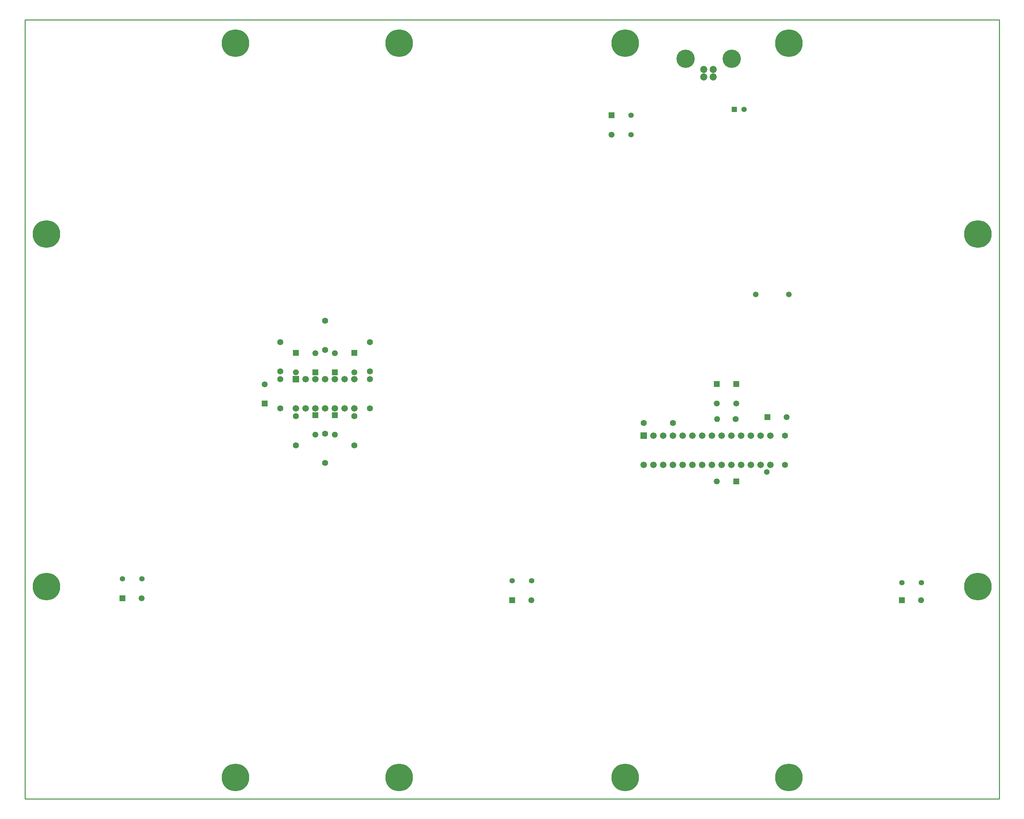
<source format=gbs>
%FSLAX23Y23*%
%MOIN*%
G70*
G01*
G75*
%ADD10C,0.020*%
%ADD11R,1.800X1.800*%
%ADD12C,0.010*%
%ADD13R,0.059X0.059*%
%ADD14C,0.059*%
%ADD15C,0.053*%
%ADD16R,0.053X0.053*%
%ADD17C,0.055*%
%ADD18P,0.055X8X0*%
%ADD19C,0.047*%
%ADD20R,0.047X0.047*%
%ADD21C,0.065*%
%ADD22C,0.180*%
%ADD23C,0.275*%
%ADD24C,0.050*%
%ADD25C,0.008*%
%ADD26C,0.006*%
%ADD27R,0.067X0.067*%
%ADD28C,0.067*%
%ADD29C,0.061*%
%ADD30R,0.061X0.061*%
%ADD31C,0.063*%
%ADD32P,0.063X8X0*%
%ADD33C,0.055*%
%ADD34R,0.055X0.055*%
%ADD35C,0.073*%
%ADD36C,0.188*%
%ADD37C,0.283*%
%ADD38C,0.058*%
D12*
X10000D01*
Y8000D01*
X0D02*
X10000D01*
X0Y0D02*
Y8000D01*
D27*
X2780Y4310D02*
D03*
X6350Y3730D02*
D03*
D28*
X2880Y4310D02*
D03*
X2980D02*
D03*
X3080D02*
D03*
X3180D02*
D03*
X3280D02*
D03*
X3380D02*
D03*
X2780Y4010D02*
D03*
X2880D02*
D03*
X2980D02*
D03*
X3080D02*
D03*
X3180D02*
D03*
X3280D02*
D03*
X3380D02*
D03*
X6450Y3730D02*
D03*
X6550D02*
D03*
X6650D02*
D03*
X6750D02*
D03*
X6850D02*
D03*
X6950D02*
D03*
X7050D02*
D03*
X7150D02*
D03*
X7250D02*
D03*
X7350D02*
D03*
X7450D02*
D03*
X7550D02*
D03*
X7650D02*
D03*
X6350Y3430D02*
D03*
X6450D02*
D03*
X6550D02*
D03*
X6650D02*
D03*
X6750D02*
D03*
X6850D02*
D03*
X6950D02*
D03*
X7050D02*
D03*
X7150D02*
D03*
X7250D02*
D03*
X7350D02*
D03*
X7450D02*
D03*
X7550D02*
D03*
X7650D02*
D03*
D29*
X2780Y4383D02*
D03*
X3180Y4577D02*
D03*
X3380Y4383D02*
D03*
X2980Y4577D02*
D03*
X3180Y3743D02*
D03*
X2980D02*
D03*
X7817Y3920D02*
D03*
X7300Y4063D02*
D03*
X7100D02*
D03*
X9197Y2040D02*
D03*
X1197Y2060D02*
D03*
X6020Y6823D02*
D03*
X5197Y2040D02*
D03*
X7103Y3260D02*
D03*
X2460Y4257D02*
D03*
D30*
X2780Y4580D02*
D03*
X3180Y4380D02*
D03*
X3380Y4580D02*
D03*
X2980Y4380D02*
D03*
X3180Y3940D02*
D03*
X2980D02*
D03*
X7620Y3920D02*
D03*
X7300Y4260D02*
D03*
X7100D02*
D03*
X9000Y2040D02*
D03*
X1000Y2060D02*
D03*
X6020Y7020D02*
D03*
X5000Y2040D02*
D03*
X7300Y3260D02*
D03*
X2460Y4060D02*
D03*
D31*
X3080Y4910D02*
D03*
Y4610D02*
D03*
X3540Y4690D02*
D03*
Y4390D02*
D03*
Y4310D02*
D03*
Y4010D02*
D03*
X3380Y3630D02*
D03*
Y3930D02*
D03*
X3080Y3450D02*
D03*
Y3750D02*
D03*
X2620Y4690D02*
D03*
Y4390D02*
D03*
Y4310D02*
D03*
Y4010D02*
D03*
X2780Y3630D02*
D03*
Y3930D02*
D03*
X7296Y3900D02*
D03*
X7800Y3730D02*
D03*
Y3430D02*
D03*
X6350Y3860D02*
D03*
X6650D02*
D03*
D32*
X7104Y3900D02*
D03*
D33*
X9000Y2220D02*
D03*
X9200D02*
D03*
X1000Y2260D02*
D03*
X1200D02*
D03*
X6220Y7020D02*
D03*
Y6820D02*
D03*
X5000Y2240D02*
D03*
X5200D02*
D03*
X7380Y7080D02*
D03*
D34*
X7280D02*
D03*
D35*
X7066Y7493D02*
D03*
Y7415D02*
D03*
X6968D02*
D03*
Y7493D02*
D03*
D36*
X7254Y7600D02*
D03*
X6780D02*
D03*
D37*
X2160Y7760D02*
D03*
X220Y5800D02*
D03*
Y2180D02*
D03*
X2160Y220D02*
D03*
X9780Y5800D02*
D03*
Y2180D02*
D03*
X3840Y7760D02*
D03*
Y220D02*
D03*
X6160Y7760D02*
D03*
Y220D02*
D03*
X7840Y7760D02*
D03*
Y220D02*
D03*
D38*
X7614Y3357D02*
D03*
X7840Y5180D02*
D03*
X7500D02*
D03*
M02*

</source>
